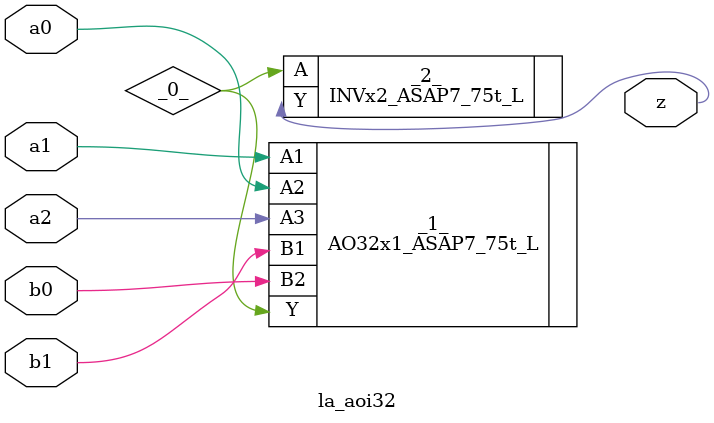
<source format=v>
/* Generated by Yosys 0.37 (git sha1 a5c7f69ed, clang 14.0.0-1ubuntu1.1 -fPIC -Os) */

module la_aoi32(a0, a1, a2, b0, b1, z);
  wire _0_;
  input a0;
  wire a0;
  input a1;
  wire a1;
  input a2;
  wire a2;
  input b0;
  wire b0;
  input b1;
  wire b1;
  output z;
  wire z;
  AO32x1_ASAP7_75t_L _1_ (
    .A1(a1),
    .A2(a0),
    .A3(a2),
    .B1(b1),
    .B2(b0),
    .Y(_0_)
  );
  INVx2_ASAP7_75t_L _2_ (
    .A(_0_),
    .Y(z)
  );
endmodule

</source>
